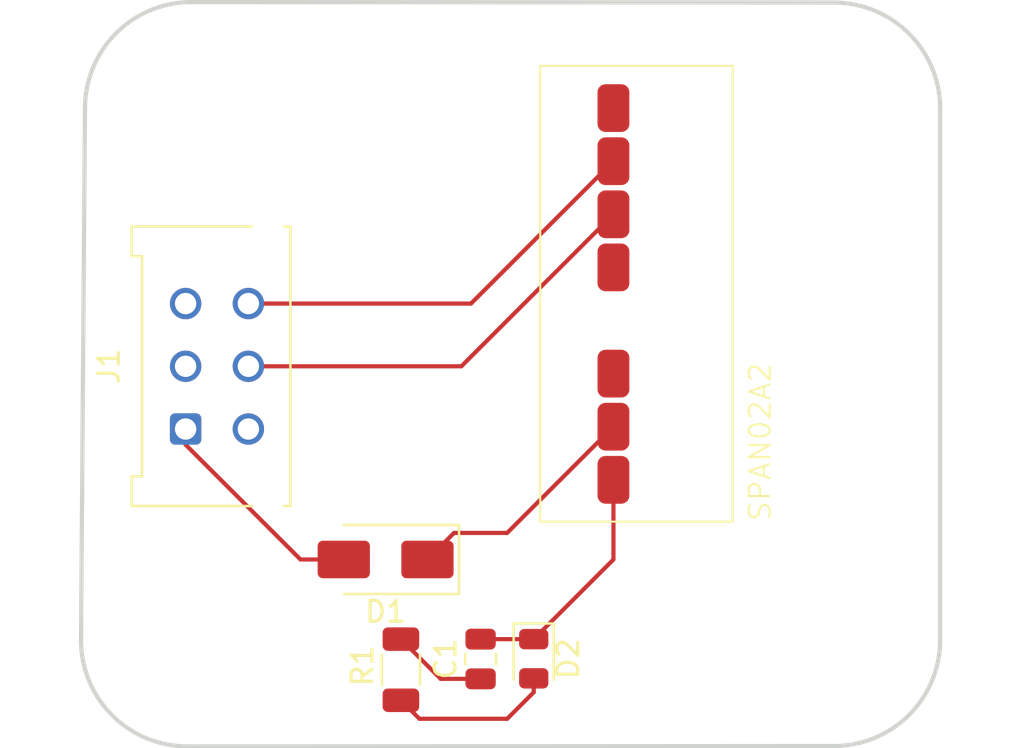
<source format=kicad_pcb>
(kicad_pcb (version 20240108) (generator "pcbnew") (generator_version "8.0")
  (layers (0 "F.Cu" signal) (31 "B.Cu" signal) (34 "B.Paste" user) (35 "F.Paste" user) (36 "B.SilkS" user "B.Silkscreen") (37 "F.SilkS" user "F.Silkscreen") (38 "B.Mask" user) (39 "F.Mask" user) (44 "Edge.Cuts" user))
  (net 0 "")
  (net 1 "Net-(D2-A)")
  (net 2 "Net-(D1-K)")
  (net 3 "GND")
  (net 4 "Net-(D1-A)")
  (net 5 "GNDD")
  (net 6 "+12P")
  (footprint "Capacitor_SMD:C_0805_2012Metric" (layer "F.Cu") (at 155.73 107.23 90)
    (property "Reference" "C1" (at 0 -1.68 90) (layer "F.SilkS"))
    (property "Value" "C")
    (fp_line (start -0.261252 -0.735) (end 0.261252 -0.735) (stroke (width 0.12)) (layer "F.SilkS"))
    (fp_line (start -0.261252 0.735) (end 0.261252 0.735) (stroke (width 0.12)) (layer "F.SilkS"))
    (pad "1" smd roundrect (at -0.95 0 90) (size 1 1.45) (layers "F.Cu" "F.Paste" "F.Mask") (net 2 "Net-(D1-K)"))
    (pad "2" smd roundrect (at 0.95 0 90) (size 1 1.45) (layers "F.Cu" "F.Paste" "F.Mask") (net 3 "GND"))
  )
  (footprint "MountingHole:MountingHole_3.2mm_M3" (layer "F.Cu") (at 142.24 81.28)
    (property "Reference" "REF**" (hide yes))
    (property "Value" "MountingHole_3.2mm_M3")
    (pad "" np_thru_hole circle (at 0 0) (size 3.2 3.2) (drill 3.2) (layers "F&B.Cu" "*.Mask"))
  )
  (footprint "MountingHole:MountingHole_3.2mm_M3" (layer "F.Cu") (at 172.24 106.28)
    (property "Reference" "REF**" (hide yes))
    (property "Value" "MountingHole_3.2mm_M3")
    (pad "" np_thru_hole circle (at 0 0) (size 3.2 3.2) (drill 3.2) (layers "F&B.Cu" "*.Mask"))
  )
  (footprint "LED_SMD:LED_0805_2012Metric" (layer "F.Cu") (at 158.27 107.2175 -90)
    (property "Reference" "D2" (at 0 -1.65 90) (layer "F.SilkS"))
    (property "Value" "LED")
    (fp_line (start -1.685 0.96) (end 1 0.96) (stroke (width 0.12)) (layer "F.SilkS"))
    (fp_line (start -1.685 -0.96) (end -1.685 0.96) (stroke (width 0.12)) (layer "F.SilkS"))
    (fp_line (start 1 -0.96) (end -1.685 -0.96) (stroke (width 0.12)) (layer "F.SilkS"))
    (pad "1" smd roundrect (at -0.9375 0 270) (size 0.975 1.4) (layers "F.Cu" "F.Paste" "F.Mask") (net 3 "GND"))
    (pad "2" smd roundrect (at 0.9375 0 270) (size 0.975 1.4) (layers "F.Cu" "F.Paste" "F.Mask") (net 1 "Net-(D2-A)"))
  )
  (footprint "MountingHole:MountingHole_3.2mm_M3" (layer "F.Cu") (at 142.24 106.28)
    (property "Reference" "REF**" (hide yes))
    (property "Value" "MountingHole_3.2mm_M3")
    (pad "" np_thru_hole circle (at 0 0) (size 3.2 3.2) (drill 3.2) (layers "F&B.Cu" "*.Mask"))
  )
  (footprint "M1:SPAN02" (layer "F.Cu") (at 162.08 98.66 90)
    (property "Reference" "SPAN02A2" (at 1.82 7.01 90) (layer "F.SilkS") (effects (font (thickness 0.1))))
    (property "Value" "~")
    (fp_line (start 19.8 -3.5) (end -2 -3.5) (stroke (width 0.1)) (layer "F.SilkS"))
    (fp_line (start -2 -3.5) (end -2 5.7) (stroke (width 0.1)) (layer "F.SilkS"))
    (fp_line (start 19.8 5.7) (end 19.8 -3.5) (stroke (width 0.1)) (layer "F.SilkS"))
    (fp_line (start -2 5.7) (end 19.8 5.7) (stroke (width 0.1)) (layer "F.SilkS"))
    (pad "1" smd roundrect (at 0 0 90) (size 2.286 1.524) (layers "F.Cu" "F.Paste" "F.Mask") (net 3 "GND"))
    (pad "2" smd roundrect (at 2.54 0 90) (size 2.286 1.524) (layers "F.Cu" "F.Paste" "F.Mask") (net 2 "Net-(D1-K)"))
    (pad "3" smd roundrect (at 5.08 0 90) (size 2.286 1.524) (layers "F.Cu" "F.Paste" "F.Mask"))
    (pad "5" smd roundrect (at 10.16 0 90) (size 2.286 1.524) (layers "F.Cu" "F.Paste" "F.Mask"))
    (pad "6" smd roundrect (at 12.7 0 90) (size 2.286 1.524) (layers "F.Cu" "F.Paste" "F.Mask") (net 6 "+12P"))
    (pad "7" smd roundrect (at 15.24 0 90) (size 2.286 1.524) (layers "F.Cu" "F.Paste" "F.Mask") (net 5 "GNDD"))
    (pad "8" smd roundrect (at 17.78 0 90) (size 2.286 1.524) (layers "F.Cu" "F.Paste" "F.Mask"))
  )
  (footprint "Diode_SMD:D_SMA" (layer "F.Cu") (at 151.19 102.47 180)
    (property "Reference" "D1" (at 0 -2.5 0) (layer "F.SilkS"))
    (property "Value" "D")
    (fp_line (start -3.51 1.65) (end 2 1.65) (stroke (width 0.12)) (layer "F.SilkS"))
    (fp_line (start -3.51 -1.65) (end 2 -1.65) (stroke (width 0.12)) (layer "F.SilkS"))
    (fp_line (start -3.51 -1.65) (end -3.51 1.65) (stroke (width 0.12)) (layer "F.SilkS"))
    (pad "1" smd roundrect (at -2 0 180) (size 2.5 1.8) (layers "F.Cu" "F.Paste" "F.Mask") (roundrect_rratio 0.1388888889) (net 2 "Net-(D1-K)"))
    (pad "2" smd roundrect (at 2 0 180) (size 2.5 1.8) (layers "F.Cu" "F.Paste" "F.Mask") (roundrect_rratio 0.1388888889) (net 4 "Net-(D1-A)"))
  )
  (footprint "MountingHole:MountingHole_3.2mm_M3" (layer "F.Cu") (at 172.24 81.28)
    (property "Reference" "REF**" (hide yes))
    (property "Value" "MountingHole_3.2mm_M3")
    (pad "" np_thru_hole circle (at 0 0) (size 3.2 3.2) (drill 3.2) (layers "F&B.Cu" "*.Mask"))
  )
  (footprint "Connector_Molex:Molex_Micro-Fit_3.0_43045-0612_2x03_P3.00mm_Vertical" (layer "F.Cu") (at 141.63 96.23 90)
    (property "Reference" "J1" (at 3 -3.67 90) (layer "F.SilkS"))
    (property "Value" "Conn_01x06_Pin")
    (fp_line (start 9.685 -2.58) (end 9.685 3.17) (stroke (width 0.12)) (layer "F.SilkS"))
    (fp_line (start 8.265 -2.58) (end 9.685 -2.58) (stroke (width 0.12)) (layer "F.SilkS"))
    (fp_line (start -2.265 -2.58) (end -2.265 -2.08) (stroke (width 0.12)) (layer "F.SilkS"))
    (fp_line (start -3.685 -2.58) (end -2.265 -2.58) (stroke (width 0.12)) (layer "F.SilkS"))
    (fp_line (start 8.265 -2.08) (end 8.265 -2.58) (stroke (width 0.12)) (layer "F.SilkS"))
    (fp_line (start -2.265 -2.08) (end 8.265 -2.08) (stroke (width 0.12)) (layer "F.SilkS"))
    (fp_line (start -3.685 3.17) (end -3.685 -2.58) (stroke (width 0.12)) (layer "F.SilkS"))
    (fp_line (start -3.685 4.71) (end -3.685 5.01) (stroke (width 0.12)) (layer "F.SilkS"))
    (fp_line (start 9.685 5.01) (end 9.685 4.71) (stroke (width 0.12)) (layer "F.SilkS"))
    (fp_line (start -3.685 5.01) (end 9.685 5.01) (stroke (width 0.12)) (layer "F.SilkS"))
    (pad "" np_thru_hole circle (at -3 3.94 90) (size 1.02 1.02) (drill 1.02) (layers "*.Cu" "*.Mask"))
    (pad "" np_thru_hole circle (at 9 3.94 90) (size 1.02 1.02) (drill 1.02) (layers "*.Cu" "*.Mask"))
    (pad "1" thru_hole roundrect (at 0 0 90) (size 1.5 1.5) (drill 1.02) (layers "*.Cu" "*.Mask") (roundrect_rratio 0.166667) (net 4 "Net-(D1-A)"))
    (pad "2" thru_hole circle (at 3 0 90) (size 1.5 1.5) (drill 1.02) (layers "*.Cu" "*.Mask") (net 3 "GND"))
    (pad "3" thru_hole circle (at 6 0 90) (size 1.5 1.5) (drill 1.02) (layers "*.Cu" "*.Mask"))
    (pad "4" thru_hole circle (at 0 3 90) (size 1.5 1.5) (drill 1.02) (layers "*.Cu" "*.Mask"))
    (pad "5" thru_hole circle (at 3 3 90) (size 1.5 1.5) (drill 1.02) (layers "*.Cu" "*.Mask") (net 6 "+12P"))
    (pad "6" thru_hole circle (at 6 3 90) (size 1.5 1.5) (drill 1.02) (layers "*.Cu" "*.Mask") (net 5 "GNDD"))
  )
  (footprint "Resistor_SMD:R_1206_3216Metric" (layer "F.Cu") (at 151.92 107.7425 -90)
    (property "Reference" "R1" (at -0.1825 1.84 90) (layer "F.SilkS"))
    (property "Value" "470")
    (fp_line (start -0.727064 0.91) (end 0.727064 0.91) (stroke (width 0.12)) (layer "F.SilkS"))
    (fp_line (start -0.727064 -0.91) (end 0.727064 -0.91) (stroke (width 0.12)) (layer "F.SilkS"))
    (pad "1" smd roundrect (at -1.4625 0 270) (size 1.125 1.75) (layers "F.Cu" "F.Paste" "F.Mask") (roundrect_rratio 0.222222) (net 2 "Net-(D1-K)"))
    (pad "2" smd roundrect (at 1.4625 0 270) (size 1.125 1.75) (layers "F.Cu" "F.Paste" "F.Mask") (roundrect_rratio 0.222222) (net 1 "Net-(D2-A)"))
  )
  (gr_line (start 177.697898 106.312102) (end 177.697898 80.912102) (stroke (width 0.2)) (layer "Edge.Cuts"))
  (gr_arc (start 136.82 80.89) (mid 138.307898 77.297898) (end 141.9 75.81) (stroke (width 0.2)) (layer "Edge.Cuts"))
  (gr_arc (start 172.617898 75.832102) (mid 176.21 77.32) (end 177.697898 80.912102) (stroke (width 0.2)) (layer "Edge.Cuts"))
  (gr_arc (start 177.697898 106.312102) (mid 176.21 109.904204) (end 172.617898 111.392102) (stroke (width 0.2)) (layer "Edge.Cuts"))
  (gr_line (start 172.617898 75.832102) (end 141.9 75.81) (stroke (width 0.2)) (layer "Edge.Cuts"))
  (gr_line (start 172.617898 111.392102) (end 141.71 111.41) (stroke (width 0.2)) (layer "Edge.Cuts"))
  (gr_arc (start 141.71 111.41) (mid 138.117898 109.922102) (end 136.63 106.33) (stroke (width 0.2)) (layer "Edge.Cuts"))
  (gr_line (start 136.63 106.33) (end 136.82 80.89) (stroke (width 0.2)) (layer "Edge.Cuts"))
  (segment (start 158.27 108.82) (end 158.27 108.155) (width 0.2) (layer "F.Cu") (net 1))
  (segment (start 152.805 110.09) (end 157 110.09) (width 0.2) (layer "F.Cu") (net 1))
  (segment (start 151.92 109.205) (end 152.805 110.09) (width 0.2) (layer "F.Cu") (net 1))
  (segment (start 157 110.09) (end 158.27 108.82) (width 0.2) (layer "F.Cu") (net 1))
  (segment (start 154.46 101.2) (end 157 101.2) (width 0.2) (layer "F.Cu") (net 2))
  (segment (start 157 101.2) (end 162.08 96.12) (width 0.2) (layer "F.Cu") (net 2))
  (segment (start 153.82 108.18) (end 155.73 108.18) (width 0.2) (layer "F.Cu") (net 2))
  (segment (start 151.92 106.28) (end 153.82 108.18) (width 0.2) (layer "F.Cu") (net 2))
  (segment (start 153.19 102.47) (end 154.46 101.2) (width 0.2) (layer "F.Cu") (net 2))
  (segment (start 162.08 102.47) (end 158.27 106.28) (width 0.2) (layer "F.Cu") (net 3))
  (segment (start 155.73 106.28) (end 158.27 106.28) (width 0.2) (layer "F.Cu") (net 3))
  (segment (start 162.08 98.66) (end 162.08 102.47) (width 0.2) (layer "F.Cu") (net 3))
  (segment (start 141.63 96.979999) (end 147.120001 102.47) (width 0.2) (layer "F.Cu") (net 4))
  (segment (start 141.63 96.23) (end 141.63 96.979999) (width 0.2) (layer "F.Cu") (net 4))
  (segment (start 147.120001 102.47) (end 149.19 102.47) (width 0.2) (layer "F.Cu") (net 4))
  (segment (start 144.63 90.23) (end 155.27 90.23) (width 0.2) (layer "F.Cu") (net 5))
  (segment (start 155.27 90.23) (end 162.08 83.42) (width 0.2) (layer "F.Cu") (net 5))
  (segment (start 144.63 93.23) (end 154.81 93.23) (width 0.2) (layer "F.Cu") (net 6))
  (segment (start 154.81 93.23) (end 162.08 85.96) (width 0.2) (layer "F.Cu") (net 6))
)
</source>
